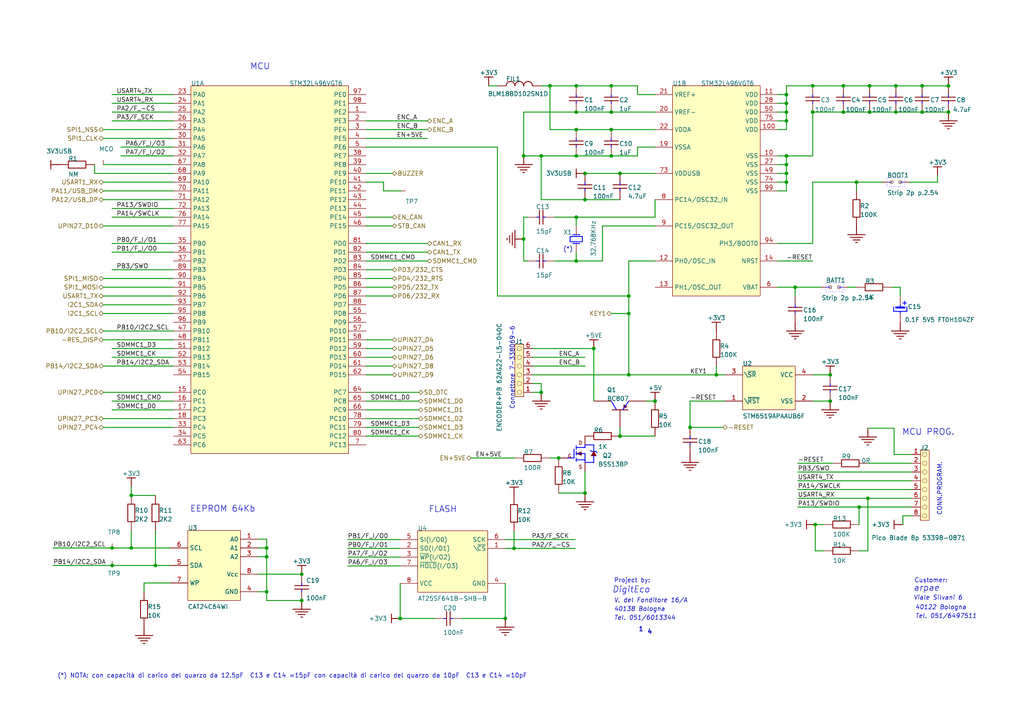
<source format=kicad_sch>
(kicad_sch (version 20230121) (generator eeschema)
  (paper "A4")
  (title_block (title "Stima V4 Master") (rev "1.1"))
  (junction (at 32.5374 164.0078))
  (junction (at 169.672 57.912))
  (junction (at 177.292 45.212))
  (junction (at 200.152 123.952))
  (junction (at 235.712 32.512))
  (junction (at 146.558 179.3748))
  (junction (at 87.503 174.1678))
  (junction (at 228.092 50.292))
  (junction (at 38.0746 143.6878))
  (junction (at 77.343 158.9278))
  (junction (at 177.292 32.512))
  (junction (at 235.712 24.892))
  (junction (at 240.792 116.332))
  (junction (at 275.082 32.512))
  (junction (at 172.212 101.092))
  (junction (at 167.132 45.212))
  (junction (at 162.052 132.842))
  (junction (at 169.672 50.292))
  (junction (at 156.972 113.792))
  (junction (at 244.602 24.892))
  (junction (at 249.174 147.066))
  (junction (at 228.092 29.972))
  (junction (at 252.222 32.512))
  (junction (at 182.372 108.712))
  (junction (at 251.714 144.526))
  (junction (at 182.372 85.852))
  (junction (at 149.098 159.0548))
  (junction (at 169.672 143.002))
  (junction (at 228.092 32.512))
  (junction (at 77.343 161.4678))
  (junction (at 77.343 171.6278))
  (junction (at 167.132 37.592))
  (junction (at 45.085 164.0078))
  (junction (at 156.972 45.212))
  (junction (at 179.832 126.492))
  (junction (at 167.132 24.892))
  (junction (at 228.092 45.212))
  (junction (at 167.132 32.512))
  (junction (at 267.462 32.512))
  (junction (at 177.292 37.592))
  (junction (at 182.372 90.932))
  (junction (at 228.092 35.052))
  (junction (at 230.632 83.312))
  (junction (at 167.132 62.992))
  (junction (at 177.292 24.892))
  (junction (at 151.892 45.212))
  (junction (at 151.892 69.342))
  (junction (at 159.512 24.892))
  (junction (at 32.5374 158.9278))
  (junction (at 207.772 108.712))
  (junction (at 248.412 52.832))
  (junction (at 244.602 32.512))
  (junction (at 167.132 75.692))
  (junction (at 179.832 50.292))
  (junction (at 228.092 47.752))
  (junction (at 38.0746 158.9278))
  (junction (at 87.503 166.5478))
  (junction (at 252.222 24.892))
  (junction (at 259.842 24.892))
  (junction (at 267.462 24.892))
  (junction (at 116.078 179.3748))
  (junction (at 228.092 52.832))
  (junction (at 240.792 108.712))
  (junction (at 236.474 152.146))
  (junction (at 189.992 116.332))
  (junction (at 275.082 24.892))
  (junction (at 228.092 27.432))
  (junction (at 259.842 32.512))
  (wire (pts (xy 106.172 40.132) (xy 123.952 40.132)) (stroke (width 0.254)))
  (wire (pts (xy 77.343 156.3878) (xy 74.803 156.3878)) (stroke (width 0.254)))
  (wire (pts (xy 144.272 24.892) (xy 141.732 24.892)) (stroke (width 0.254)))
  (wire (pts (xy 179.832 57.912) (xy 169.672 57.912)) (stroke (width 0.254)))
  (wire (pts (xy 29.972 47.752) (xy 50.292 47.752)) (stroke (width 0.254)))
  (wire (pts (xy 116.078 161.5948) (xy 100.838 161.5948)) (stroke (width 0.254)))
  (wire (pts (xy 200.152 123.952) (xy 209.677 123.952)) (stroke (width 0.254)))
  (wire (pts (xy 182.372 75.692) (xy 189.992 75.692)) (stroke (width 0.254)))
  (wire (pts (xy 177.292 37.592) (xy 189.992 37.592)) (stroke (width 0.254)))
  (wire (pts (xy 177.292 90.932) (xy 182.372 90.932)) (stroke (width 0.254)))
  (wire (pts (xy 106.172 65.532) (xy 113.792 65.532)) (stroke (width 0.254)))
  (wire (pts (xy 252.222 32.512) (xy 259.842 32.512)) (stroke (width 0.254)))
  (wire (pts (xy 116.078 179.3748) (xy 126.238 179.3748)) (stroke (width 0.254)))
  (wire (pts (xy 252.222 24.892) (xy 244.602 24.892)) (stroke (width 0.254)))
  (wire (pts (xy 159.512 24.892) (xy 167.132 24.892)) (stroke (width 0.254)))
  (wire (pts (xy 167.132 37.592) (xy 177.292 37.592)) (stroke (width 0.254)))
  (wire (pts (xy 235.712 116.332) (xy 240.792 116.332)) (stroke (width 0.254)))
  (wire (pts (xy 77.343 171.6278) (xy 77.343 174.1678)) (stroke (width 0.254)))
  (wire (pts (xy 210.312 116.332) (xy 200.152 116.332)) (stroke (width 0.254)))
  (wire (pts (xy 228.092 32.512) (xy 228.092 35.052)) (stroke (width 0.254)))
  (wire (pts (xy 162.052 143.002) (xy 169.672 143.002)) (stroke (width 0.254)))
  (wire (pts (xy 177.292 32.512) (xy 189.992 32.512)) (stroke (width 0.254)))
  (wire (pts (xy 38.0746 143.6878) (xy 45.085 143.6878)) (stroke (width 0.254)))
  (wire (pts (xy 29.972 80.772) (xy 50.292 80.772)) (stroke (width 0.254)))
  (wire (pts (xy 146.558 159.0548) (xy 149.098 159.0548)) (stroke (width 0.254)))
  (wire (pts (xy 74.803 158.9278) (xy 77.343 158.9278)) (stroke (width 0.254)))
  (wire (pts (xy 106.172 103.632) (xy 113.792 103.632)) (stroke (width 0.254)))
  (wire (pts (xy 153.162 62.992) (xy 151.892 62.992)) (stroke (width 0.254)))
  (wire (pts (xy 231.394 141.986) (xy 264.414 141.986)) (stroke (width 0.254)))
  (wire (pts (xy 111.252 55.372) (xy 116.332 55.372)) (stroke (width 0.254)))
  (wire (pts (xy 77.343 158.9278) (xy 77.343 156.3878)) (stroke (width 0.254)))
  (wire (pts (xy 50.292 62.992) (xy 32.512 62.992)) (stroke (width 0.254)))
  (wire (pts (xy 160.782 75.692) (xy 167.132 75.692)) (stroke (width 0.254)))
  (wire (pts (xy 249.174 147.066) (xy 264.414 147.066)) (stroke (width 0.254)))
  (wire (pts (xy 136.652 132.842) (xy 149.352 132.842)) (stroke (width 0.254)))
  (wire (pts (xy 230.632 83.312) (xy 238.252 83.312)) (stroke (width 0.254)))
  (wire (pts (xy 159.512 37.592) (xy 167.132 37.592)) (stroke (width 0.254)))
  (wire (pts (xy 228.092 50.292) (xy 228.092 47.752)) (stroke (width 0.254)))
  (wire (pts (xy 106.172 121.412) (xy 121.412 121.412)) (stroke (width 0.254)))
  (wire (pts (xy 113.792 50.292) (xy 106.172 50.292)) (stroke (width 0.254)))
  (wire (pts (xy 106.172 118.872) (xy 121.412 118.872)) (stroke (width 0.254)))
  (wire (pts (xy 251.714 144.526) (xy 251.714 159.766)) (stroke (width 0.254)))
  (wire (pts (xy 258.572 83.312) (xy 261.112 83.312)) (stroke (width 0.254)))
  (wire (pts (xy 154.432 101.092) (xy 172.212 101.092)) (stroke (width 0.254)))
  (wire (pts (xy 106.172 101.092) (xy 113.792 101.092)) (stroke (width 0.254)))
  (wire (pts (xy 121.412 126.492) (xy 106.172 126.492)) (stroke (width 0.254)))
  (wire (pts (xy 248.412 55.372) (xy 248.412 52.832)) (stroke (width 0.254)))
  (wire (pts (xy 41.783 169.0878) (xy 41.783 171.6278)) (stroke (width 0.254)))
  (wire (pts (xy 50.292 35.052) (xy 32.512 35.052)) (stroke (width 0.254)))
  (wire (pts (xy 184.912 24.892) (xy 184.912 27.432)) (stroke (width 0.254)))
  (wire (pts (xy 172.212 101.092) (xy 172.212 116.332)) (stroke (width 0.254)))
  (wire (pts (xy 261.112 83.312) (xy 261.112 85.852)) (stroke (width 0.254)))
  (wire (pts (xy 74.803 161.4678) (xy 77.343 161.4678)) (stroke (width 0.254)))
  (wire (pts (xy 189.992 116.332) (xy 187.452 116.332)) (stroke (width 0.254)))
  (wire (pts (xy 151.892 32.512) (xy 167.132 32.512)) (stroke (width 0.254)))
  (wire (pts (xy 230.632 83.312) (xy 225.552 83.312)) (stroke (width 0.254)))
  (wire (pts (xy 189.992 42.672) (xy 184.912 42.672)) (stroke (width 0.254)))
  (wire (pts (xy 189.992 62.992) (xy 189.992 57.912)) (stroke (width 0.254)))
  (wire (pts (xy 264.414 149.606) (xy 261.874 149.606)) (stroke (width 0.254)))
  (wire (pts (xy 106.172 62.992) (xy 113.792 62.992)) (stroke (width 0.254)))
  (wire (pts (xy 29.972 52.832) (xy 50.292 52.832)) (stroke (width 0.254)))
  (wire (pts (xy 228.092 55.372) (xy 228.092 52.832)) (stroke (width 0.254)))
  (wire (pts (xy 248.412 52.832) (xy 235.712 52.832)) (stroke (width 0.254)))
  (wire (pts (xy 177.292 45.212) (xy 167.132 45.212)) (stroke (width 0.254)))
  (wire (pts (xy 123.952 73.152) (xy 106.172 73.152)) (stroke (width 0.254)))
  (wire (pts (xy 50.292 45.212) (xy 35.052 45.212)) (stroke (width 0.254)))
  (wire (pts (xy 116.078 159.0548) (xy 100.838 159.0548)) (stroke (width 0.254)))
  (wire (pts (xy 228.092 35.052) (xy 228.092 37.592)) (stroke (width 0.254)))
  (wire (pts (xy 259.842 24.892) (xy 252.222 24.892)) (stroke (width 0.254)))
  (wire (pts (xy 50.292 60.452) (xy 32.512 60.452)) (stroke (width 0.254)))
  (wire (pts (xy 245.872 83.312) (xy 248.412 83.312)) (stroke (width 0.254)))
  (wire (pts (xy 167.132 32.512) (xy 177.292 32.512)) (stroke (width 0.254)))
  (wire (pts (xy 45.085 164.0078) (xy 49.403 164.0078)) (stroke (width 0.254)))
  (wire (pts (xy 151.892 69.342) (xy 151.892 75.692)) (stroke (width 0.254)))
  (wire (pts (xy 182.372 90.932) (xy 182.372 85.852)) (stroke (width 0.254)))
  (wire (pts (xy 169.672 143.002) (xy 169.672 136.652)) (stroke (width 0.254)))
  (wire (pts (xy 264.414 139.446) (xy 231.394 139.446)) (stroke (width 0.254)))
  (wire (pts (xy 38.0746 158.9278) (xy 38.0746 153.8478)) (stroke (width 0.254)))
  (wire (pts (xy 256.032 52.832) (xy 248.412 52.832)) (stroke (width 0.254)))
  (wire (pts (xy 156.972 24.892) (xy 159.512 24.892)) (stroke (width 0.254)))
  (wire (pts (xy 228.092 50.292) (xy 225.552 50.292)) (stroke (width 0.254)))
  (wire (pts (xy 123.952 70.612) (xy 106.172 70.612)) (stroke (width 0.254)))
  (wire (pts (xy 146.558 156.5148) (xy 166.878 156.5148)) (stroke (width 0.254)))
  (wire (pts (xy 144.272 42.672) (xy 144.272 85.852)) (stroke (width 0.254)))
  (wire (pts (xy 106.172 52.832) (xy 111.252 52.832)) (stroke (width 0.254)))
  (wire (pts (xy 50.292 78.232) (xy 32.512 78.232)) (stroke (width 0.254)))
  (wire (pts (xy 251.714 144.526) (xy 231.394 144.526)) (stroke (width 0.254)))
  (wire (pts (xy 50.292 27.432) (xy 32.512 27.432)) (stroke (width 0.254)))
  (wire (pts (xy 235.712 45.212) (xy 235.712 32.512)) (stroke (width 0.254)))
  (wire (pts (xy 146.558 179.3748) (xy 146.558 169.2148)) (stroke (width 0.254)))
  (wire (pts (xy 77.343 171.6278) (xy 77.343 161.4678)) (stroke (width 0.254)))
  (wire (pts (xy 50.292 42.672) (xy 35.052 42.672)) (stroke (width 0.254)))
  (wire (pts (xy 87.503 166.5478) (xy 74.803 166.5478)) (stroke (width 0.254)))
  (wire (pts (xy 74.803 171.6278) (xy 77.343 171.6278)) (stroke (width 0.254)))
  (wire (pts (xy 151.892 75.692) (xy 153.162 75.692)) (stroke (width 0.254)))
  (wire (pts (xy 50.292 73.152) (xy 32.512 73.152)) (stroke (width 0.254)))
  (wire (pts (xy 261.874 149.606) (xy 261.874 152.146)) (stroke (width 0.254)))
  (wire (pts (xy 151.892 62.992) (xy 151.892 69.342)) (stroke (width 0.254)))
  (wire (pts (xy 29.972 98.552) (xy 50.292 98.552)) (stroke (width 0.254)))
  (wire (pts (xy 235.712 32.512) (xy 244.602 32.512)) (stroke (width 0.254)))
  (wire (pts (xy 244.602 24.892) (xy 235.712 24.892)) (stroke (width 0.254)))
  (wire (pts (xy 239.014 159.766) (xy 236.474 159.766)) (stroke (width 0.254)))
  (wire (pts (xy 154.432 106.172) (xy 169.672 106.172)) (stroke (width 0.254)))
  (wire (pts (xy 29.972 96.012) (xy 50.292 96.012)) (stroke (width 0.254)))
  (wire (pts (xy 106.172 116.332) (xy 121.412 116.332)) (stroke (width 0.254)))
  (wire (pts (xy 228.092 52.832) (xy 228.092 50.292)) (stroke (width 0.254)))
  (wire (pts (xy 167.132 75.692) (xy 174.752 75.692)) (stroke (width 0.254)))
  (wire (pts (xy 228.092 45.212) (xy 225.552 45.212)) (stroke (width 0.254)))
  (wire (pts (xy 156.972 111.252) (xy 156.972 113.792)) (stroke (width 0.254)))
  (wire (pts (xy 50.292 32.512) (xy 32.512 32.512)) (stroke (width 0.254)))
  (wire (pts (xy 156.972 45.212) (xy 151.892 45.212)) (stroke (width 0.254)))
  (wire (pts (xy 207.772 108.712) (xy 210.312 108.712)) (stroke (width 0.254)))
  (wire (pts (xy 184.912 42.672) (xy 184.912 45.212)) (stroke (width 0.254)))
  (wire (pts (xy 179.832 123.952) (xy 179.832 126.492)) (stroke (width 0.254)))
  (wire (pts (xy 156.972 57.912) (xy 156.972 45.212)) (stroke (width 0.254)))
  (wire (pts (xy 116.078 164.1348) (xy 100.838 164.1348)) (stroke (width 0.254)))
  (wire (pts (xy 259.334 124.206) (xy 251.714 124.206)) (stroke (width 0.254)))
  (wire (pts (xy 50.292 88.392) (xy 29.972 88.392)) (stroke (width 0.254)))
  (wire (pts (xy 50.292 118.872) (xy 32.512 118.872)) (stroke (width 0.254)))
  (wire (pts (xy 182.372 108.712) (xy 182.372 90.932)) (stroke (width 0.254)))
  (wire (pts (xy 271.907 52.832) (xy 271.907 50.927)) (stroke (width 0.254)))
  (wire (pts (xy 77.343 161.4678) (xy 77.343 158.9278)) (stroke (width 0.254)))
  (wire (pts (xy 235.712 70.612) (xy 225.552 70.612)) (stroke (width 0.254)))
  (wire (pts (xy 50.292 57.912) (xy 29.972 57.912)) (stroke (width 0.254)))
  (wire (pts (xy 111.252 52.832) (xy 111.252 55.372)) (stroke (width 0.254)))
  (wire (pts (xy 275.082 24.892) (xy 267.462 24.892)) (stroke (width 0.254)))
  (wire (pts (xy 106.172 78.232) (xy 113.792 78.232)) (stroke (width 0.254)))
  (wire (pts (xy 159.512 132.842) (xy 162.052 132.842)) (stroke (width 0.254)))
  (wire (pts (xy 241.554 134.366) (xy 231.394 134.366)) (stroke (width 0.254)))
  (wire (pts (xy 263.652 52.832) (xy 271.907 52.832)) (stroke (width 0.254)))
  (wire (pts (xy 50.292 101.092) (xy 32.512 101.092)) (stroke (width 0.254)))
  (wire (pts (xy 228.092 24.892) (xy 228.092 27.432)) (stroke (width 0.254)))
  (wire (pts (xy 106.172 108.712) (xy 113.792 108.712)) (stroke (width 0.254)))
  (wire (pts (xy 177.292 24.892) (xy 184.912 24.892)) (stroke (width 0.254)))
  (wire (pts (xy 244.602 32.512) (xy 252.222 32.512)) (stroke (width 0.254)))
  (wire (pts (xy 29.972 106.172) (xy 50.292 106.172)) (stroke (width 0.254)))
  (wire (pts (xy 179.832 50.292) (xy 169.672 50.292)) (stroke (width 0.254)))
  (wire (pts (xy 179.832 126.492) (xy 189.992 126.492)) (stroke (width 0.254)))
  (wire (pts (xy 27.432 50.292) (xy 27.432 47.752)) (stroke (width 0.254)))
  (wire (pts (xy 50.292 103.632) (xy 32.512 103.632)) (stroke (width 0.254)))
  (wire (pts (xy 169.672 57.912) (xy 156.972 57.912)) (stroke (width 0.254)))
  (wire (pts (xy 228.092 47.752) (xy 228.092 45.212)) (stroke (width 0.254)))
  (wire (pts (xy 207.772 106.172) (xy 207.772 108.712)) (stroke (width 0.254)))
  (wire (pts (xy 38.0746 158.9278) (xy 49.403 158.9278)) (stroke (width 0.254)))
  (wire (pts (xy 133.858 179.3748) (xy 146.558 179.3748)) (stroke (width 0.254)))
  (wire (pts (xy 184.912 27.432) (xy 189.992 27.432)) (stroke (width 0.254)))
  (wire (pts (xy 228.092 37.592) (xy 225.552 37.592)) (stroke (width 0.254)))
  (wire (pts (xy 228.092 27.432) (xy 225.552 27.432)) (stroke (width 0.254)))
  (wire (pts (xy 106.172 83.312) (xy 113.792 83.312)) (stroke (width 0.254)))
  (wire (pts (xy 235.712 52.832) (xy 235.712 70.612)) (stroke (width 0.254)))
  (wire (pts (xy 50.292 50.292) (xy 27.432 50.292)) (stroke (width 0.254)))
  (wire (pts (xy 32.5374 158.9278) (xy 38.0746 158.9278)) (stroke (width 0.254)))
  (wire (pts (xy 106.172 98.552) (xy 113.792 98.552)) (stroke (width 0.254)))
  (wire (pts (xy 174.752 65.532) (xy 189.992 65.532)) (stroke (width 0.254)))
  (wire (pts (xy 154.432 103.632) (xy 169.672 103.632)) (stroke (width 0.254)))
  (wire (pts (xy 259.842 32.512) (xy 267.462 32.512)) (stroke (width 0.254)))
  (wire (pts (xy 144.272 85.852) (xy 182.372 85.852)) (stroke (width 0.254)))
  (wire (pts (xy 106.172 106.172) (xy 113.792 106.172)) (stroke (width 0.254)))
  (wire (pts (xy 200.152 116.332) (xy 200.152 123.952)) (stroke (width 0.254)))
  (wire (pts (xy 167.132 62.992) (xy 189.992 62.992)) (stroke (width 0.254)))
  (wire (pts (xy 151.892 45.212) (xy 151.892 32.512)) (stroke (width 0.254)))
  (wire (pts (xy 228.092 29.972) (xy 225.552 29.972)) (stroke (width 0.254)))
  (wire (pts (xy 15.4178 158.9278) (xy 32.5374 158.9278)) (stroke (width 0.254)))
  (wire (pts (xy 228.092 45.212) (xy 235.712 45.212)) (stroke (width 0.254)))
  (wire (pts (xy 160.782 62.992) (xy 167.132 62.992)) (stroke (width 0.254)))
  (wire (pts (xy 264.414 131.826) (xy 259.334 131.826)) (stroke (width 0.254)))
  (wire (pts (xy 159.512 24.892) (xy 159.512 37.592)) (stroke (width 0.254)))
  (wire (pts (xy 264.414 144.526) (xy 251.714 144.526)) (stroke (width 0.254)))
  (wire (pts (xy 236.474 159.766) (xy 236.474 152.146)) (stroke (width 0.254)))
  (wire (pts (xy 15.4178 164.0078) (xy 32.5374 164.0078)) (stroke (width 0.254)))
  (wire (pts (xy 228.092 47.752) (xy 225.552 47.752)) (stroke (width 0.254)))
  (wire (pts (xy 235.712 108.712) (xy 240.792 108.712)) (stroke (width 0.254)))
  (wire (pts (xy 149.098 159.0548) (xy 166.878 159.0548)) (stroke (width 0.254)))
  (wire (pts (xy 167.132 45.212) (xy 156.972 45.212)) (stroke (width 0.254)))
  (wire (pts (xy 228.092 35.052) (xy 225.552 35.052)) (stroke (width 0.254)))
  (wire (pts (xy 29.972 83.312) (xy 50.292 83.312)) (stroke (width 0.254)))
  (wire (pts (xy 267.462 32.512) (xy 275.082 32.512)) (stroke (width 0.254)))
  (wire (pts (xy 106.172 37.592) (xy 123.952 37.592)) (stroke (width 0.254)))
  (wire (pts (xy 249.174 152.146) (xy 249.174 147.066)) (stroke (width 0.254)))
  (wire (pts (xy 50.292 90.932) (xy 29.972 90.932)) (stroke (width 0.254)))
  (wire (pts (xy 156.972 113.792) (xy 154.432 113.792)) (stroke (width 0.254)))
  (wire (pts (xy 50.292 29.972) (xy 32.512 29.972)) (stroke (width 0.254)))
  (wire (pts (xy 49.403 169.0878) (xy 41.783 169.0878)) (stroke (width 0.254)))
  (wire (pts (xy 228.092 29.972) (xy 228.092 32.512)) (stroke (width 0.254)))
  (wire (pts (xy 189.992 50.292) (xy 179.832 50.292)) (stroke (width 0.254)))
  (wire (pts (xy 225.552 52.832) (xy 228.092 52.832)) (stroke (width 0.254)))
  (wire (pts (xy 174.752 75.692) (xy 174.752 65.532)) (stroke (width 0.254)))
  (wire (pts (xy 106.172 123.952) (xy 121.412 123.952)) (stroke (width 0.254)))
  (wire (pts (xy 154.432 108.712) (xy 182.372 108.712)) (stroke (width 0.254)))
  (wire (pts (xy 225.552 55.372) (xy 228.092 55.372)) (stroke (width 0.254)))
  (wire (pts (xy 29.972 113.792) (xy 50.292 113.792)) (stroke (width 0.254)))
  (wire (pts (xy 29.972 55.372) (xy 50.292 55.372)) (stroke (width 0.254)))
  (wire (pts (xy 149.098 153.9748) (xy 149.098 159.0548)) (stroke (width 0.254)))
  (wire (pts (xy 106.172 80.772) (xy 113.792 80.772)) (stroke (width 0.254)))
  (wire (pts (xy 123.952 75.692) (xy 106.172 75.692)) (stroke (width 0.254)))
  (wire (pts (xy 50.292 65.532) (xy 29.972 65.532)) (stroke (width 0.254)))
  (wire (pts (xy 116.078 169.2148) (xy 116.078 179.3748)) (stroke (width 0.254)))
  (wire (pts (xy 236.474 152.146) (xy 239.014 152.146)) (stroke (width 0.254)))
  (wire (pts (xy 106.172 113.792) (xy 121.412 113.792)) (stroke (width 0.254)))
  (wire (pts (xy 251.714 159.766) (xy 249.174 159.766)) (stroke (width 0.254)))
  (wire (pts (xy 267.462 24.892) (xy 259.842 24.892)) (stroke (width 0.254)))
  (wire (pts (xy 231.394 147.066) (xy 249.174 147.066)) (stroke (width 0.254)))
  (wire (pts (xy 116.078 156.5148) (xy 100.838 156.5148)) (stroke (width 0.254)))
  (wire (pts (xy 106.172 35.052) (xy 123.952 35.052)) (stroke (width 0.254)))
  (wire (pts (xy 29.972 85.852) (xy 50.292 85.852)) (stroke (width 0.254)))
  (wire (pts (xy 77.343 174.1678) (xy 87.503 174.1678)) (stroke (width 0.254)))
  (wire (pts (xy 228.092 27.432) (xy 228.092 29.972)) (stroke (width 0.254)))
  (wire (pts (xy 235.712 75.692) (xy 225.552 75.692)) (stroke (width 0.254)))
  (wire (pts (xy 167.132 24.892) (xy 177.292 24.892)) (stroke (width 0.254)))
  (wire (pts (xy 264.414 134.366) (xy 251.714 134.366)) (stroke (width 0.254)))
  (wire (pts (xy 154.432 111.252) (xy 156.972 111.252)) (stroke (width 0.254)))
  (wire (pts (xy 29.972 123.952) (xy 50.292 123.952)) (stroke (width 0.254)))
  (wire (pts (xy 106.172 85.852) (xy 113.792 85.852)) (stroke (width 0.254)))
  (wire (pts (xy 29.972 121.412) (xy 50.292 121.412)) (stroke (width 0.254)))
  (wire (pts (xy 106.172 42.672) (xy 144.272 42.672)) (stroke (width 0.254)))
  (wire (pts (xy 32.5374 164.0078) (xy 45.085 164.0078)) (stroke (width 0.254)))
  (wire (pts (xy 182.372 108.712) (xy 207.772 108.712)) (stroke (width 0.254)))
  (wire (pts (xy 50.292 116.332) (xy 32.512 116.332)) (stroke (width 0.254)))
  (wire (pts (xy 167.132 75.692) (xy 167.132 73.152)) (stroke (width 0.254)))
  (wire (pts (xy 182.372 85.852) (xy 182.372 75.692)) (stroke (width 0.254)))
  (wire (pts (xy 38.0746 141.1478) (xy 38.0746 143.6878)) (stroke (width 0.254)))
  (wire (pts (xy 167.132 62.992) (xy 167.132 65.532)) (stroke (width 0.254)))
  (wire (pts (xy 50.292 37.592) (xy 29.972 37.592)) (stroke (width 0.254)))
  (wire (pts (xy 228.092 32.512) (xy 225.552 32.512)) (stroke (width 0.254)))
  (wire (pts (xy 235.712 24.892) (xy 228.092 24.892)) (stroke (width 0.254)))
  (wire (pts (xy 264.414 136.906) (xy 231.394 136.906)) (stroke (width 0.254)))
  (wire (pts (xy 184.912 45.212) (xy 177.292 45.212)) (stroke (width 0.254)))
  (wire (pts (xy 259.334 131.826) (xy 259.334 124.206)) (stroke (width 0.254)))
  (wire (pts (xy 29.972 40.132) (xy 50.292 40.132)) (stroke (width 0.254)))
  (wire (pts (xy 45.085 153.8478) (xy 45.085 164.0078)) (stroke (width 0.254)))
  (wire (pts (xy 50.292 70.612) (xy 32.512 70.612)) (stroke (width 0.254)))
  (wire (pts (xy 230.632 85.852) (xy 230.632 83.312)) (stroke (width 0.254)))
  (text "EEPROM 64Kb" (at 55.118 148.7678 0) (effects (font (size 1.778 1.778)) (justify left bottom)))
  (text "(*) NOTA: con capacità di carico del quarzo da 12.5pF  C13 e C14 =15pF con capacità di carico del quarzo da 10pF  C13 e C14 =10pF" (at 16.637 196.85 0) (effects (font (size 1.27 1.27)) (justify left bottom)))
  (text "${#}" (at 185.166 183.388 0) (effects (font (size 1.27 1.27) bold) (justify left bottom)))
  (text "" (at 179.832 109.347 90) (effects (font (size 1.143 1.143)) (justify left bottom)))
  (text "MCU PROG." (at 261.62 126.492 0) (effects (font (size 1.778 1.778)) (justify left bottom)))
  (text "Tel. 051/6497511" (at 265.43 179.578 0) (effects (font (size 1.27 1.27) italic) (justify left bottom)))
  (text "V. del Fonditore 16/A" (at 178.054 175.006 0) (effects (font (size 1.27 1.27) italic) (justify left bottom)))
  (text "Viale Silvani 6" (at 264.922 174.244 0) (effects (font (size 1.27 1.27) italic) (justify left bottom)))
  (text "(*)" (at 163.322 73.152 0) (effects (font (size 1.27 1.27)) (justify left bottom)))
  (text "CONN.PROGRAM." (at 273.304 149.606 90) (effects (font (size 1.27 1.27)) (justify left bottom)))
  (text "Tel. 051/6013344" (at 178.054 180.086 0) (effects (font (size 1.27 1.27) italic) (justify left bottom)))
  (text "MCU" (at 72.517 20.447 0) (effects (font (size 1.778 1.778)) (justify left bottom)))
  (text "FLASH" (at 124.333 148.8948 0) (effects (font (size 1.778 1.778)) (justify left bottom)))
  (text "Connettore 7-338069-6" (at 149.352 118.872 90) (effects (font (size 1.27 1.27)) (justify left bottom)))
  (text "40138 Bologna" (at 178.054 177.546 0) (effects (font (size 1.27 1.27) italic) (justify left bottom)))
  (text "Project by:" (at 178.054 169.2148 0) (effects (font (size 1.27 1.27)) (justify left bottom)))
  (text "arpae" (at 264.922 171.704 0) (effects (font (size 1.778 1.778) italic) (justify left bottom)))
  (text "DigitEco" (at 177.546 172.212 0) (effects (font (size 1.778 1.778) italic) (justify left bottom)))
  (text "4" (at 187.706 184.15 0) (effects (font (size 1.27 1.27) bold) (justify left bottom)))
  (text "40122 Bologna" (at 265.43 177.038 0) (effects (font (size 1.27 1.27) italic) (justify left bottom)))
  (text "Customer:" (at 265.176 169.2148 0) (effects (font (size 1.27 1.27)) (justify left bottom)))
  (label "PA13/SWDIO" (at 231.394 147.066 180))
  (label "PB1/F_I/O0" (at 33.782 73.152 180))
  (label "PA14/SWCLK" (at 231.394 141.986 180))
  (label "-RESET" (at 228.092 75.692 180))
  (label "PA3/F_SCK" (at 154.178 156.5148 180))
  (label "USART4_RX" (at 231.394 144.526 180))
  (label "SDMMC1_D3" (at 107.442 123.952 180))
  (label "ENC_B" (at 115.062 37.592 180))
  (label "PB3/SWO" (at 33.782 78.232 180))
  (label "SDMMC1_CK" (at 33.782 103.632 180))
  (label "SDMMC1_CMD" (at 33.782 116.332 180))
  (label "PA7/F_I/O2" (at 100.838 161.5948 180))
  (label "PA3/F_SCK" (at 33.782 35.052 180))
  (label "PA2/F_-CS" (at 154.178 159.0548 180))
  (label "PB0/F_I/O1" (at 100.838 159.0548 180))
  (label "PA14/SWCLK" (at 33.782 62.992 180))
  (label "-RESET" (at 231.394 134.366 180))
  (label "PB14/I2C2_SDA" (at 33.782 106.172 180))
  (label "SDMMC1_D0" (at 33.782 118.872 180))
  (label "-RESET" (at 200.152 116.332 180))
  (label "PA6/F_I/O3" (at 100.838 164.1348 180))
  (label "KEY1" (at 200.152 108.712 180))
  (label "SDMMC1_CK" (at 107.442 126.492 180))
  (label "USART4_TX" (at 33.782 27.432 180))
  (label "PB1/F_I/O0" (at 100.838 156.5148 180))
  (label "PB14/I2C2_SDA" (at 15.4178 164.0078 180))
  (label "USART4_TX" (at 231.394 139.446 180))
  (label "SDMMC1_D3" (at 33.782 101.092 180))
  (label "PA6/F_I/O3" (at 36.322 42.672 180))
  (label "PB0/F_I/O1" (at 33.782 70.612 180))
  (label "ENC_B" (at 162.052 106.172 180))
  (label "PB10/I2C2_SCL" (at 15.4178 158.9278 180))
  (label "PB10/I2C2_SCL" (at 33.782 96.012 180))
  (label "ENC_A" (at 115.062 35.052 180))
  (label "ENC_A" (at 162.052 103.632 180))
  (label "PA13/SWDIO" (at 33.782 60.452 180))
  (label "PA2/F_-CS" (at 33.782 32.512 180))
  (label "SDMMC1_CMD" (at 107.442 75.692 180))
  (label "EN+5VE" (at 137.922 132.842 180))
  (label "SDMMC1_D0" (at 107.442 116.332 180))
  (label "PA7/F_I/O2" (at 36.322 45.212 180))
  (label "EN+5VE" (at 115.062 40.132 180))
  (label "PB3/SWO" (at 231.394 136.906 180))
  (label "USART4_RX" (at 33.782 29.972 180))
  (hierarchical_label "PB10/I2C2_SCL" (shape bidirectional) (at 29.972 96.012 180))
  (hierarchical_label "CAN1_TX" (shape bidirectional) (at 123.952 73.152 0))
  (hierarchical_label "KEY1" (shape bidirectional) (at 177.292 90.932 180))
  (hierarchical_label "PB14/I2C2_SDA" (shape bidirectional) (at 29.972 106.172 180))
  (hierarchical_label "I2C1_SDA" (shape bidirectional) (at 29.972 88.392 180))
  (hierarchical_label "SDMMC1_CK" (shape bidirectional) (at 121.412 126.492 0))
  (hierarchical_label "EN+5VE" (shape bidirectional) (at 136.652 132.842 180))
  (hierarchical_label "UPIN27_D9" (shape bidirectional) (at 113.792 108.712 0))
  (hierarchical_label "UPIN27_D8" (shape bidirectional) (at 113.792 106.172 0))
  (hierarchical_label "SD_DTC" (shape bidirectional) (at 121.412 113.792 0))
  (hierarchical_label "CAN1_RX" (shape bidirectional) (at 123.952 70.612 0))
  (hierarchical_label "-RES_DISP" (shape bidirectional) (at 29.972 98.552 180))
  (hierarchical_label "PD3/232_CTS" (shape bidirectional) (at 113.792 78.232 0))
  (hierarchical_label "BUZZER" (shape bidirectional) (at 113.792 50.292 0))
  (hierarchical_label "-RESET" (shape bidirectional) (at 209.677 123.952 0))
  (hierarchical_label "UPIN27_D4" (shape bidirectional) (at 113.792 98.552 0))
  (hierarchical_label "SDMMC1_CMD" (shape bidirectional) (at 123.952 75.692 0))
  (hierarchical_label "SDMMC1_D2" (shape bidirectional) (at 121.412 121.412 0))
  (hierarchical_label "SDMMC1_D0" (shape bidirectional) (at 121.412 116.332 0))
  (hierarchical_label "UPIN27_PC0" (shape bidirectional) (at 29.972 113.792 180))
  (hierarchical_label "UPIN27_D10" (shape bidirectional) (at 29.972 65.532 180))
  (hierarchical_label "SPI1_NSS" (shape bidirectional) (at 29.972 37.592 180))
  (hierarchical_label "SPI1_MOSI" (shape bidirectional) (at 29.972 83.312 180))
  (hierarchical_label "EN_CAN" (shape bidirectional) (at 113.792 62.992 0))
  (hierarchical_label "SPI1_CLK" (shape bidirectional) (at 29.972 40.132 180))
  (hierarchical_label "PA11/USB_DM" (shape bidirectional) (at 29.972 55.372 180))
  (hierarchical_label "PD4/232_RTS" (shape bidirectional) (at 113.792 80.772 0))
  (hierarchical_label "PA12/USB_DP" (shape bidirectional) (at 29.972 57.912 180))
  (hierarchical_label "ENC_A" (shape bidirectional) (at 123.952 35.052 0))
  (hierarchical_label "USART1_TX" (shape bidirectional) (at 29.972 85.852 180))
  (hierarchical_label "UPIN27_PC4" (shape bidirectional) (at 29.972 123.952 180))
  (hierarchical_label "ENC_B" (shape bidirectional) (at 123.952 37.592 0))
  (hierarchical_label "UPIN27_D6" (shape bidirectional) (at 113.792 103.632 0))
  (hierarchical_label "PD5/232_TX" (shape bidirectional) (at 113.792 83.312 0))
  (hierarchical_label "USART1_RX" (shape bidirectional) (at 29.972 52.832 180))
  (hierarchical_label "I2C1_SCL" (shape bidirectional) (at 29.972 90.932 180))
  (hierarchical_label "STB_CAN" (shape bidirectional) (at 113.792 65.532 0))
  (hierarchical_label "SDMMC1_D3" (shape bidirectional) (at 121.412 123.952 0))
  (hierarchical_label "SPI1_MISO" (shape bidirectional) (at 29.972 80.772 180))
  (hierarchical_label "PD6/232_RX" (shape bidirectional) (at 113.792 85.852 0))
  (hierarchical_label "SDMMC1_D1" (shape bidirectional) (at 121.412 118.872 0))
  (hierarchical_label "UPIN27_PC3" (shape bidirectional) (at 29.972 121.412 180))
  (hierarchical_label "UPIN27_D5" (shape bidirectional) (at 113.792 101.092 0))
  (symbol (lib_id "Stima V4 Master R1_1-altium-import:root_2_C0805") (at 235.712 29.972 0) (unit 1)
    (property "Reference" "C3" (at 237.998 29.718 0) (effects (justify left bottom)))
    (property "Value" "100nF" (at 236.347 32.512 0) (effects (justify left bottom)))
    (property "Footprint" "0603" (effects hide))
    (property "PACKAGE REFERENCE" "0603" (effects hide))
    (property "TYPE" "Multistrato X5R/X7R" (effects hide))
    (property "ALTIUM_VALUE" "100nF" (effects hide))
    (property "VOLTAGE" "50V" (effects hide))
  )
  (symbol (lib_id "Stima V4 Master R1_1-altium-import:root_0_C0805") (at 87.503 169.0878 0) (unit 1)
    (property "Reference" "C19" (at 88.773 169.0878 0) (effects (justify left bottom)))
    (property "Value" "100nF" (at 88.773 174.1678 0) (effects (justify left bottom)))
    (property "Footprint" "0603" (effects hide))
    (property "PACKAGE REFERENCE" "0603" (effects hide))
    (property "TYPE" "Multistrato C0G/X5R/X7R" (effects hide))
    (property "ALTIUM_VALUE" "100nF" (effects hide))
    (property "VOLTAGE" "50V" (effects hide))
  )
  (symbol (lib_id "Stima V4 Master R1_1-altium-import:root_3_JUMP1") (at 244.602 82.042 0) (unit 1)
    (property "Reference" "BATT1" (at 239.522 82.042 0) (effects (justify left bottom)))
    (property "Value" "Strip 2p p.2.54" (at 238.252 87.122 0) (effects (justify left bottom)))
    (property "Footprint" "STRIP2P" (effects hide))
  )
  (symbol (lib_id "Stima V4 Master R1_1-altium-import:root_2_C0805") (at 259.842 29.972 0) (unit 1)
    (property "Reference" "C6" (at 262.128 29.718 0) (effects (justify left bottom)))
    (property "Value" "100nF" (at 260.477 32.512 0) (effects (justify left bottom)))
    (property "Footprint" "0603" (effects hide))
    (property "PACKAGE REFERENCE" "0603" (effects hide))
    (property "TYPE" "Multistrato X5R/X7R" (effects hide))
    (property "ALTIUM_VALUE" "100nF" (effects hide))
    (property "VOLTAGE" "50V" (effects hide))
  )
  (symbol (lib_id "Stima V4 Master R1_1-altium-import:root_0_ConnPicoBlade8p") (at 266.954 130.556 0) (unit 1)
    (property "Reference" "J2" (at 266.954 130.556 0) (effects (justify left bottom)))
    (property "Value" "Pico Blade 8p 53398-0871" (at 252.73 156.718 0) (effects (justify left bottom)))
    (property "Footprint" "MOLEX8P1_25SMD" (effects hide))
    (property "MANUFACTURING" "Molex" (effects hide))
    (property "CODE" "53261-0871 Right Angle (90)" (effects hide))
    (property "CODE1" "53398-0871  Vertical" (effects hide))
    (property "SERIES" "Pico Blade" (effects hide))
  )
  (symbol (lib_id "Stima V4 Master R1_1-altium-import:root_0_Res 0603") (at 250.952 80.772 0) (unit 1)
    (property "Reference" "R3" (at 250.952 82.296 0) (effects (justify left bottom)))
    (property "Value" "1K" (at 250.952 86.868 0) (effects (justify left bottom)))
    (property "Footprint" "0603" (effects hide))
    (property "ALTIUM_VALUE" "1K" (effects hide))
    (property "PRECISION" "1%" (effects hide))
    (property "PACKAGE REFERENCE" "0603" (effects hide))
    (property "POWER" "1/10W" (effects hide))
  )
  (symbol (lib_id "Stima V4 Master R1_1-altium-import:+5VE") (at 172.212 101.092 180) (unit 1)
    (property "Reference" "#PWR?" (effects hide))
    (property "Value" "+5VE" (at 172.212 97.282 0))
  )
  (symbol (lib_id "Stima V4 Master R1_1-altium-import:root_1_BC807-25") (at 177.292 118.872 0) (unit 1)
    (property "Reference" "Q1" (at 176.022 113.792 0) (effects (justify left bottom)))
    (property "Value" "BC807" (at 176.022 116.332 0) (effects (justify left bottom)))
    (property "Footprint" "SOT23" (effects hide))
    (property "PACKAGE REFERENCE" "SOT23" (effects hide))
  )
  (symbol (lib_id "Stima V4 Master R1_1-altium-import:root_1_JUMP1") (at 257.302 54.102 0) (unit 1)
    (property "Reference" "BOOT1" (at 257.302 51.562 0) (effects (justify left bottom)))
    (property "Value" "Strip 2p p.2.54" (at 257.302 56.642 0) (effects (justify left bottom)))
    (property "Footprint" "STRIP2P" (effects hide))
  )
  (symbol (lib_id "Stima V4 Master R1_1-altium-import:root_0_C0603") (at 240.792 111.252 0) (unit 1)
    (property "Reference" "C17" (at 243.078 113.538 0) (effects (justify left bottom)))
    (property "Value" "100nF" (at 243.078 116.078 0) (effects (justify left bottom)))
    (property "Footprint" "0603" (effects hide))
    (property "PACKAGE REFERENCE" "0603" (effects hide))
    (property "TYPE" "Multistrato X5R/X7R" (effects hide))
    (property "ALTIUM_VALUE" "100nF" (effects hide))
    (property "VOLTAGE" "50V" (effects hide))
  )
  (symbol (lib_id "Stima V4 Master R1_1-altium-import:root_2_C0805") (at 244.602 29.972 0) (unit 1)
    (property "Reference" "C4" (at 246.888 29.718 0) (effects (justify left bottom)))
    (property "Value" "100nF" (at 245.237 32.512 0) (effects (justify left bottom)))
    (property "Footprint" "0603" (effects hide))
    (property "PACKAGE REFERENCE" "0603" (effects hide))
    (property "TYPE" "Multistrato X5R/X7R" (effects hide))
    (property "ALTIUM_VALUE" "100nF" (effects hide))
    (property "VOLTAGE" "50V" (effects hide))
  )
  (symbol (lib_id "Stima V4 Master R1_1-altium-import:root_2_Res 0805") (at 246.634 162.306 0) (unit 1)
    (property "Reference" "R14" (at 241.554 158.75 0) (effects (justify left bottom)))
    (property "Value" "10K" (at 241.554 163.322 0) (effects (justify left bottom)))
    (property "Footprint" "0603" (effects hide))
    (property "ALTIUM_VALUE" "10K" (effects hide))
    (property "PRECISION" "1%" (effects hide))
    (property "PACKAGE REFERENCE" "0603" (effects hide))
    (property "POWER" "1/8W" (effects hide))
  )
  (symbol (lib_id "Stima V4 Master R1_1-altium-import:root_0_STM6519") (at 215.392 106.172 0) (unit 1)
    (property "Reference" "U2" (at 215.392 106.172 0) (effects (justify left bottom)))
    (property "Value" "STM6519APAAUB6F" (at 215.392 121.412 0) (effects (justify left bottom)))
    (property "Footprint" "UDFN6 - MIO" (effects hide))
    (property "PACKAGE REFERENCE" "UDFN6" (effects hide))
    (property "COD 7.5\"" "STM6519APAAUB6F" (effects hide))
    (property "COD. 10\"" "STM6519AUARUB6F" (effects hide))
  )
  (symbol (lib_id "Stima V4 Master R1_1-altium-import:root_1_XTAL CIL") (at 164.592 70.612 0) (unit 1)
    (property "Reference" "X1" (at 163.322 68.072 0) (effects (justify left bottom)))
    (property "Value" "32.768KHz" (at 172.847 74.422 90) (effects (justify left bottom)))
    (property "Footprint" "CRYST_ECS" (effects hide))
    (property "FREQUENCY" "32.768KHz" (effects hide))
    (property "PACKAGE REFERENCE" "SMD 3.2X1.5mm" (effects hide))
  )
  (symbol (lib_id "Stima V4 Master R1_1-altium-import:+3V3") (at 87.503 166.5478 180) (unit 1)
    (property "Reference" "#PWR?" (effects hide))
    (property "Value" "+3V3" (at 87.503 162.7378 0))
  )
  (symbol (lib_id "Stima V4 Master R1_1-altium-import:root_0_BLM21BD") (at 146.812 22.352 0) (unit 1)
    (property "Reference" "FIL1" (at 146.812 23.622 0) (effects (justify left bottom)))
    (property "Value" "BLM18BD102SN1D" (at 141.478 27.94 0) (effects (justify left bottom)))
    (property "Footprint" "0603" (effects hide))
    (property "TYPE" "BLM18BD102SN1D  MURATA" (effects hide))
    (property "PACKAGE REFERENCE" "0603" (effects hide))
  )
  (symbol (lib_id "Stima V4 Master R1_1-altium-import:+3V3") (at 207.772 96.012 180) (unit 1)
    (property "Reference" "#PWR?" (effects hide))
    (property "Value" "+3V3" (at 207.772 92.202 0))
  )
  (symbol (lib_id "Stima V4 Master R1_1-altium-import:root_2_STRIP 6P") (at 151.892 115.062 0) (unit 1)
    (property "Reference" "J1" (at 149.352 99.822 0) (effects (justify left bottom)))
    (property "Value" "ENCODER+PB 62AG22-L5-040C" (at 145.542 125.222 90) (effects (justify left bottom)))
    (property "Footprint" "CONN MICROMATCH6PF MIO" (effects hide))
  )
  (symbol (lib_id "Stima V4 Master R1_1-altium-import:root_1_Res 0805") (at 245.872 62.992 0) (unit 1)
    (property "Reference" "R2" (at 249.428 60.452 0) (effects (justify left bottom)))
    (property "Value" "100K" (at 249.428 62.992 0) (effects (justify left bottom)))
    (property "Footprint" "0603" (effects hide))
    (property "ALTIUM_VALUE" "100K" (effects hide))
    (property "PRECISION" "1%" (effects hide))
    (property "PACKAGE REFERENCE" "0603" (effects hide))
    (property "POWER" "1/8W" (effects hide))
  )
  (symbol (lib_id "Stima V4 Master R1_1-altium-import:root_0_Elettrol-SMD") (at 261.112 88.392 0) (unit 1)
    (property "Reference" "C15" (at 263.271 89.662 0) (effects (justify left bottom)))
    (property "Value" "0.1F 5V5 FT0H104ZF" (at 262.382 93.472 0) (effects (justify left bottom)))
    (property "Footprint" "CapELSUPERCAP-3D FT0H104ZF" (effects hide))
    (property "PACKAGE REFERENCE" "PTH" (effects hide))
    (property "ALTIUM_VALUE" "0.1F" (effects hide))
    (property "TYPE" "Elettrolitico" (effects hide))
    (property "VOLTAGE" "5V5" (effects hide))
    (property "ALTIUM_UNNAMED_1" "KEMET FT0H104ZF" (effects hide))
  )
  (symbol (lib_id "Stima V4 Master R1_1-altium-import:+3V3") (at 149.098 143.8148 180) (unit 1)
    (property "Reference" "#PWR?" (effects hide))
    (property "Value" "+3V3" (at 149.098 140.0048 0))
  )
  (symbol (lib_id "Stima V4 Master R1_1-altium-import:root_1_Res 0603") (at 187.452 123.952 0) (unit 1)
    (property "Reference" "R5" (at 191.008 121.412 0) (effects (justify left bottom)))
    (property "Value" "10K" (at 191.008 123.952 0) (effects (justify left bottom)))
    (property "Footprint" "0603" (effects hide))
    (property "ALTIUM_VALUE" "10K" (effects hide))
    (property "PRECISION" "1%" (effects hide))
    (property "PACKAGE REFERENCE" "0603" (effects hide))
    (property "POWER" "1/10W" (effects hide))
  )
  (symbol (lib_id "Stima V4 Master R1_1-altium-import:root_0_BSS138") (at 164.592 129.032 0) (unit 1)
    (property "Reference" "Q2" (at 174.752 132.842 0) (effects (justify left bottom)))
    (property "Value" "BSS138P" (at 173.482 135.382 0) (effects (justify left bottom)))
    (property "Footprint" "SOT23" (effects hide))
  )
  (symbol (lib_id "Stima V4 Master R1_1-altium-import:GND") (at 248.412 65.532 0) (unit 1)
    (property "Reference" "#PWR?" (effects hide))
    (property "Value" "GND" (effects hide))
  )
  (symbol (lib_id "Stima V4 Master R1_1-altium-import:GND") (at 261.112 93.472 0) (unit 1)
    (property "Reference" "#PWR?" (effects hide))
    (property "Value" "GND" (effects hide))
  )
  (symbol (lib_id "Stima V4 Master R1_1-altium-import:root_2_C0805") (at 167.132 29.972 0) (unit 1)
    (property "Reference" "C1" (at 169.418 29.718 0) (effects (justify left bottom)))
    (property "Value" "100nF" (at 169.418 32.258 0) (effects (justify left bottom)))
    (property "Footprint" "0603" (effects hide))
    (property "PACKAGE REFERENCE" "0603" (effects hide))
    (property "TYPE" "Multistrato X5R/X7R" (effects hide))
    (property "ALTIUM_VALUE" "100nF" (effects hide))
    (property "VOLTAGE" "50V" (effects hide))
  )
  (symbol (lib_id "Stima V4 Master R1_1-altium-import:root_2_C0805") (at 252.222 29.972 0) (unit 1)
    (property "Reference" "C5" (at 254.508 29.718 0) (effects (justify left bottom)))
    (property "Value" "100nF" (at 252.857 32.512 0) (effects (justify left bottom)))
    (property "Footprint" "0603" (effects hide))
    (property "PACKAGE REFERENCE" "0603" (effects hide))
    (property "TYPE" "Multistrato X5R/X7R" (effects hide))
    (property "ALTIUM_VALUE" "100nF" (effects hide))
    (property "VOLTAGE" "50V" (effects hide))
  )
  (symbol (lib_id "Stima V4 Master R1_1-altium-import:root_3_C0805") (at 158.242 62.992 0) (unit 1)
    (property "Reference" "C13" (at 155.448 60.706 0) (effects (justify left bottom)))
    (property "Value" "15pF" (at 155.448 67.818 0) (effects (justify left bottom)))
    (property "Footprint" "0603" (effects hide))
    (property "PACKAGE REFERENCE" "0603" (effects hide))
    (property "TYPE" "Multistrato X5R/X7R" (effects hide))
    (property "ALTIUM_VALUE" "15pF" (effects hide))
    (property "VOLTAGE" "50V" (effects hide))
  )
  (symbol (lib_id "Stima V4 Master R1_1-altium-import:root_2_Res 0805") (at 246.634 154.686 0) (unit 1)
    (property "Reference" "R13" (at 241.554 151.13 0) (effects (justify left bottom)))
    (property "Value" "100K" (at 241.554 155.702 0) (effects (justify left bottom)))
    (property "Footprint" "0603" (effects hide))
    (property "ALTIUM_VALUE" "100K" (effects hide))
    (property "PRECISION" "1%" (effects hide))
    (property "PACKAGE REFERENCE" "0603" (effects hide))
    (property "POWER" "1/8W" (effects hide))
  )
  (symbol (lib_id "Stima V4 Master R1_1-altium-import:GND") (at 156.972 113.792 0) (unit 1)
    (property "Reference" "#PWR?" (effects hide))
    (property "Value" "GND" (effects hide))
  )
  (symbol (lib_id "Stima V4 Master R1_1-altium-import:root_3_C0805") (at 158.242 75.692 0) (unit 1)
    (property "Reference" "C14" (at 155.448 73.406 0) (effects (justify left bottom)))
    (property "Value" "15pF" (at 155.448 80.518 0) (effects (justify left bottom)))
    (property "Footprint" "0603" (effects hide))
    (property "PACKAGE REFERENCE" "0603" (effects hide))
    (property "TYPE" "Multistrato X5R/X7R" (effects hide))
    (property "ALTIUM_VALUE" "15pF" (effects hide))
    (property "VOLTAGE" "50V" (effects hide))
  )
  (symbol (lib_id "Stima V4 Master R1_1-altium-import:root_2_C0805") (at 230.632 90.932 0) (unit 1)
    (property "Reference" "C16" (at 232.918 90.678 0) (effects (justify left bottom)))
    (property "Value" "100nF" (at 232.918 93.218 0) (effects (justify left bottom)))
    (property "Footprint" "0603" (effects hide))
    (property "PACKAGE REFERENCE" "0603" (effects hide))
    (property "TYPE" "Multistrato X5R/X7R" (effects hide))
    (property "ALTIUM_VALUE" "100nF" (effects hide))
    (property "VOLTAGE" "50V" (effects hide))
  )
  (symbol (lib_id "Stima V4 Master R1_1-altium-import:root_2_C0805") (at 275.082 29.972 0) (unit 1)
    (property "Reference" "C8" (at 277.368 29.718 0) (effects (justify left bottom)))
    (property "Value" "4.7uF" (at 276.352 32.512 0) (effects (justify left bottom)))
    (property "Footprint" "0603" (effects hide))
    (property "PACKAGE REFERENCE" "0603" (effects hide))
    (property "TYPE" "Multistrato X5R/X7R" (effects hide))
    (property "ALTIUM_VALUE" "4.7uF" (effects hide))
    (property "VOLTAGE" "16V" (effects hide))
  )
  (symbol (lib_id "Stima V4 Master R1_1-altium-import:root_1_TestPoint") (at 28.702 46.482 0) (unit 1)
    (property "Reference" "MCO" (at 28.702 43.942 0) (effects (justify left bottom)))
    (property "Value" "TestPoint" (effects hide))
    (property "Footprint" "TP" (effects hide))
  )
  (symbol (lib_id "Stima V4 Master R1_1-altium-import:GND") (at 230.632 93.472 0) (unit 1)
    (property "Reference" "#PWR?" (effects hide))
    (property "Value" "GND" (effects hide))
  )
  (symbol (lib_id "Stima V4 Master R1_1-altium-import:root_1_C0805") (at 128.778 179.3748 0) (unit 1)
    (property "Reference" "C20" (at 128.524 177.0888 0) (effects (justify left bottom)))
    (property "Value" "100nF" (at 128.524 184.2008 0) (effects (justify left bottom)))
    (property "Footprint" "0603" (effects hide))
    (property "PACKAGE REFERENCE" "0603" (effects hide))
    (property "TYPE" "Multistrato C0G/X5R/X7R" (effects hide))
    (property "ALTIUM_VALUE" "100nF" (effects hide))
    (property "VOLTAGE" "50V" (effects hide))
  )
  (symbol (lib_id "Stima V4 Master R1_1-altium-import:GND") (at 251.714 124.206 0) (unit 1)
    (property "Reference" "#PWR?" (effects hide))
    (property "Value" "GND" (effects hide))
  )
  (symbol (lib_id "Stima V4 Master R1_1-altium-import:+5V") (at 189.992 116.332 180) (unit 1)
    (property "Reference" "#PWR?" (effects hide))
    (property "Value" "+5V" (at 189.992 112.522 0))
  )
  (symbol (lib_id "Stima V4 Master R1_1-altium-import:GND") (at 275.082 32.512 0) (unit 1)
    (property "Reference" "#PWR?" (effects hide))
    (property "Value" "GND" (effects hide))
  )
  (symbol (lib_id "Stima V4 Master R1_1-altium-import:+3V3") (at 275.082 24.892 180) (unit 1)
    (property "Reference" "#PWR?" (effects hide))
    (property "Value" "+3V3" (at 275.082 21.082 0))
  )
  (symbol (lib_id "Stima V4 Master R1_1-altium-import:root_0_mirrored_AT24C64AN-10SI-2.7") (at 69.723 153.8478 0) (unit 1)
    (property "Reference" "U3" (at 54.483 153.8478 0) (effects (justify left bottom)))
    (property "Value" "CAT24C64WI" (at 54.483 176.7078 0) (effects (justify left bottom)))
    (property "Footprint" "SO8" (effects hide))
    (property "PACKAGE REFERENCE" "SO8" (effects hide))
  )
  (symbol (lib_id "Stima V4 Master R1_1-altium-import:root_0_STM32L496V") (at 195.072 24.892 0) (unit 2)
    (property "Reference" "U1" (at 195.072 24.892 0) (effects (justify left bottom)))
    (property "Value" "STM32L496VGT6" (at 203.327 24.892 0) (effects (justify left bottom)))
    (property "Footprint" "VQ100" (effects hide))
    (property "PACKAGE REFERENCE" "LQFP100" (effects hide))
  )
  (symbol (lib_id "Stima V4 Master R1_1-altium-import:GND") (at 87.503 174.1678 0) (unit 1)
    (property "Reference" "#PWR?" (effects hide))
    (property "Value" "GND" (effects hide))
  )
  (symbol (lib_id "Stima V4 Master R1_1-altium-import:+3V3") (at 38.0746 141.1478 180) (unit 1)
    (property "Reference" "#PWR?" (effects hide))
    (property "Value" "+3V3" (at 38.0746 137.3378 0))
  )
  (symbol (lib_id "Stima V4 Master R1_1-altium-import:+3V3") (at 271.907 50.927 180) (unit 1)
    (property "Reference" "#PWR?" (effects hide))
    (property "Value" "+3V3" (at 271.907 47.117 0))
  )
  (symbol (lib_id "Stima V4 Master R1_1-altium-import:root_1_Res 0805") (at 35.5346 151.3078 0) (unit 1)
    (property "Reference" "R10" (at 39.0906 148.7678 0) (effects (justify left bottom)))
    (property "Value" "2K2" (at 39.0906 151.3078 0) (effects (justify left bottom)))
    (property "Footprint" "0603" (effects hide))
    (property "ALTIUM_VALUE" "4K75" (effects hide))
    (property "PRECISION" "5%" (effects hide))
    (property "PACKAGE REFERENCE" "0603" (effects hide))
    (property "POWER" "1/8W" (effects hide))
  )
  (symbol (lib_id "Stima V4 Master R1_1-altium-import:root_0_C0805") (at 177.292 40.132 0) (unit 1)
    (property "Reference" "C10" (at 179.578 42.418 0) (effects (justify left bottom)))
    (property "Value" "1uF" (at 179.578 44.958 0) (effects (justify left bottom)))
    (property "Footprint" "0603" (effects hide))
    (property "PACKAGE REFERENCE" "0603" (effects hide))
    (property "TYPE" "Multistrato X5R/X7R" (effects hide))
    (property "ALTIUM_VALUE" "1uF" (effects hide))
    (property "VOLTAGE" "20V" (effects hide))
  )
  (symbol (lib_id "Stima V4 Master R1_1-altium-import:root_3_Res 0805") (at 151.638 146.3548 0) (unit 1)
    (property "Reference" "R12" (at 150.114 148.8948 0) (effects (justify left bottom)))
    (property "Value" "10K" (at 150.114 151.4348 0) (effects (justify left bottom)))
    (property "Footprint" "0603" (effects hide))
    (property "ALTIUM_VALUE" "10K" (effects hide))
    (property "PRECISION" "5%" (effects hide))
    (property "PACKAGE REFERENCE" "0603" (effects hide))
    (property "POWER" "1/8W" (effects hide))
  )
  (symbol (lib_id "Stima V4 Master R1_1-altium-import:root_0_AT25SF161SSHD") (at 121.158 153.9748 0) (unit 1)
    (property "Reference" "U4" (at 121.158 153.9748 0) (effects (justify left bottom)))
    (property "Value" "AT25SF641B-SHB-B" (at 121.158 174.2948 0) (effects (justify left bottom)))
    (property "Footprint" "SO8W" (effects hide))
    (property "PACKAGE REFERENCE" "SO8W" (effects hide))
  )
  (symbol (lib_id "Stima V4 Master R1_1-altium-import:GND") (at 41.783 181.7878 0) (unit 1)
    (property "Reference" "#PWR?" (effects hide))
    (property "Value" "GND" (effects hide))
  )
  (symbol (lib_id "Stima V4 Master R1_1-altium-import:GND") (at 200.152 131.572 0) (unit 1)
    (property "Reference" "#PWR?" (effects hide))
    (property "Value" "GND" (effects hide))
  )
  (symbol (lib_id "Stima V4 Master R1_1-altium-import:root_0_C0805") (at 169.672 52.832 0) (unit 1)
    (property "Reference" "C11" (at 171.958 55.118 0) (effects (justify left bottom)))
    (property "Value" "100nF" (at 171.958 57.658 0) (effects (justify left bottom)))
    (property "Footprint" "0603" (effects hide))
    (property "PACKAGE REFERENCE" "0603" (effects hide))
    (property "TYPE" "Multistrato X5R/X7R" (effects hide))
    (property "ALTIUM_VALUE" "100nF" (effects hide))
    (property "VOLTAGE" "50V" (effects hide))
  )
  (symbol (lib_id "Stima V4 Master R1_1-altium-import:root_2_Res 0603") (at 177.292 129.032 0) (unit 1)
    (property "Reference" "R6" (at 172.212 125.476 0) (effects (justify left bottom)))
    (property "Value" "1K" (at 173.482 130.302 0) (effects (justify left bottom)))
    (property "Footprint" "0603" (effects hide))
    (property "ALTIUM_VALUE" "1K" (effects hide))
    (property "PRECISION" "1%" (effects hide))
    (property "PACKAGE REFERENCE" "0603" (effects hide))
    (property "POWER" "1/10W" (effects hide))
  )
  (symbol (lib_id "Stima V4 Master R1_1-altium-import:+3V3") (at 236.474 152.146 270) (unit 1)
    (property "Reference" "#PWR?" (effects hide))
    (property "Value" "+3V3" (at 232.664 152.146 90) (effects (justify right)))
  )
  (symbol (lib_id "Stima V4 Master R1_1-altium-import:root_1_Res 0603") (at 205.232 103.632 0) (unit 1)
    (property "Reference" "R4" (at 208.788 101.092 0) (effects (justify left bottom)))
    (property "Value" "100K" (at 208.788 103.632 0) (effects (justify left bottom)))
    (property "Footprint" "0603" (effects hide))
    (property "ALTIUM_VALUE" "100K" (effects hide))
    (property "PRECISION" "1%" (effects hide))
    (property "PACKAGE REFERENCE" "0603" (effects hide))
    (property "POWER" "1/10W" (effects hide))
  )
  (symbol (lib_id "Stima V4 Master R1_1-altium-import:root_0_C0805") (at 177.292 27.432 0) (unit 1)
    (property "Reference" "C2" (at 179.578 29.718 0) (effects (justify left bottom)))
    (property "Value" "1uF" (at 179.578 32.258 0) (effects (justify left bottom)))
    (property "Footprint" "0603" (effects hide))
    (property "PACKAGE REFERENCE" "0603" (effects hide))
    (property "TYPE" "Multistrato X5R/X7R" (effects hide))
    (property "ALTIUM_VALUE" "1uF" (effects hide))
    (property "VOLTAGE" "20V" (effects hide))
  )
  (symbol (lib_id "Stima V4 Master R1_1-altium-import:root_2_C0805") (at 267.462 29.972 0) (unit 1)
    (property "Reference" "C7" (at 269.748 29.718 0) (effects (justify left bottom)))
    (property "Value" "100nF" (at 268.097 32.512 0) (effects (justify left bottom)))
    (property "Footprint" "0603" (effects hide))
    (property "PACKAGE REFERENCE" "0603" (effects hide))
    (property "TYPE" "Multistrato X5R/X7R" (effects hide))
    (property "ALTIUM_VALUE" "100nF" (effects hide))
    (property "VOLTAGE" "50V" (effects hide))
  )
  (symbol (lib_id "Stima V4 Master R1_1-altium-import:GND") (at 169.672 143.002 0) (unit 1)
    (property "Reference" "#PWR?" (effects hide))
    (property "Value" "GND" (effects hide))
  )
  (symbol (lib_id "Stima V4 Master R1_1-altium-import:root_0_STM32L496V") (at 55.372 24.892 0) (unit 1)
    (property "Reference" "U1" (at 55.372 24.892 0) (effects (justify left bottom)))
    (property "Value" "STM32L496VGT6" (at 83.947 24.892 0) (effects (justify left bottom)))
    (property "Footprint" "LQFP100P05" (effects hide))
    (property "PACKAGE REFERENCE" "LQFP100" (effects hide))
  )
  (symbol (lib_id "Stima V4 Master R1_1-altium-import:root_0_Res 0805") (at 244.094 131.826 0) (unit 1)
    (property "Reference" "R9" (at 244.094 133.096 0) (effects (justify left bottom)))
    (property "Value" "0R" (at 249.809 134.366 0) (effects (justify left bottom)))
    (property "Footprint" "0603" (effects hide))
    (property "ALTIUM_VALUE" "0R" (effects hide))
    (property "PRECISION" "5%" (effects hide))
    (property "PACKAGE REFERENCE" "0603" (effects hide))
    (property "POWER" "1/8W" (effects hide))
  )
  (symbol (lib_id "Stima V4 Master R1_1-altium-import:+3V3") (at 141.732 24.892 180) (unit 1)
    (property "Reference" "#PWR?" (effects hide))
    (property "Value" "+3V3" (at 141.732 21.082 0))
  )
  (symbol (lib_id "Stima V4 Master R1_1-altium-import:GND") (at 151.892 45.212 0) (unit 1)
    (property "Reference" "#PWR?" (effects hide))
    (property "Value" "GND" (effects hide))
  )
  (symbol (lib_id "Stima V4 Master R1_1-altium-import:GND") (at 240.792 116.332 0) (unit 1)
    (property "Reference" "#PWR?" (effects hide))
    (property "Value" "GND" (effects hide))
  )
  (symbol (lib_id "Stima V4 Master R1_1-altium-import:root_2_C0805") (at 167.132 42.672 0) (unit 1)
    (property "Reference" "C9" (at 169.418 42.418 0) (effects (justify left bottom)))
    (property "Value" "100nF" (at 169.418 44.958 0) (effects (justify left bottom)))
    (property "Footprint" "0603" (effects hide))
    (property "PACKAGE REFERENCE" "0603" (effects hide))
    (property "TYPE" "Multistrato X5R/X7R" (effects hide))
    (property "ALTIUM_VALUE" "100nF" (effects hide))
    (property "VOLTAGE" "50V" (effects hide))
  )
  (symbol (lib_id "Stima V4 Master R1_1-altium-import:root_1_Res 0805") (at 42.545 151.3078 0) (unit 1)
    (property "Reference" "R11" (at 46.101 148.7678 0) (effects (justify left bottom)))
    (property "Value" "2K2" (at 46.101 151.3078 0) (effects (justify left bottom)))
    (property "Footprint" "0603" (effects hide))
    (property "ALTIUM_VALUE" "4K75" (effects hide))
    (property "PRECISION" "5%" (effects hide))
    (property "PACKAGE REFERENCE" "0603" (effects hide))
    (property "POWER" "1/8W" (effects hide))
  )
  (symbol (lib_id "Stima V4 Master R1_1-altium-import:+3V3") (at 116.078 179.3748 270) (unit 1)
    (property "Reference" "#PWR?" (effects hide))
    (property "Value" "+3V3" (at 112.268 179.3748 90) (effects (justify right)))
  )
  (symbol (lib_id "Stima V4 Master R1_1-altium-import:GND") (at 151.892 69.342 270) (unit 1)
    (property "Reference" "#PWR?" (effects hide))
    (property "Value" "GND" (effects hide))
  )
  (symbol (lib_id "Stima V4 Master R1_1-altium-import:root_1_TestPoint") (at 31.2674 162.7378 0) (unit 1)
    (property "Reference" "TP9" (at 31.2704 167.0558 0) (effects (justify left bottom)))
    (property "Value" "TestPoint" (effects hide))
    (property "Footprint" "TP" (effects hide))
  )
  (symbol (lib_id "Stima V4 Master R1_1-altium-import:root_0_TestPoint") (at 117.602 54.102 0) (unit 1)
    (property "Reference" "TP7" (at 117.603 59.179 0) (effects (justify left bottom)))
    (property "Value" "TestPoint" (effects hide))
    (property "Footprint" "TP" (effects hide))
  )
  (symbol (lib_id "Stima V4 Master R1_1-altium-import:root_3_Res 0603") (at 164.592 135.382 0) (unit 1)
    (property "Reference" "R8" (at 163.068 137.922 0) (effects (justify left bottom)))
    (property "Value" "10K" (at 163.068 140.462 0) (effects (justify left bottom)))
    (property "Footprint" "0603" (effects hide))
    (property "ALTIUM_VALUE" "10K" (effects hide))
    (property "PRECISION" "1%" (effects hide))
    (property "PACKAGE REFERENCE" "0603" (effects hide))
    (property "POWER" "1/10W" (effects hide))
  )
  (symbol (lib_id "Stima V4 Master R1_1-altium-import:+3V3") (at 261.874 152.146 270) (unit 1)
    (property "Reference" "#PWR?" (effects hide))
    (property "Value" "+3V3" (at 258.064 152.146 90) (effects (justify right)))
  )
  (symbol (lib_id "Stima V4 Master R1_1-altium-import:3V3USB") (at 169.672 50.292 270) (unit 1)
    (property "Reference" "#PWR?" (effects hide))
    (property "Value" "3V3USB" (at 165.862 50.292 90) (effects (justify right)))
  )
  (symbol (lib_id "Stima V4 Master R1_1-altium-import:+3V3") (at 240.792 108.712 180) (unit 1)
    (property "Reference" "#PWR?" (effects hide))
    (property "Value" "+3V3" (at 240.792 104.902 0))
  )
  (symbol (lib_id "Stima V4 Master R1_1-altium-import:3V3USB") (at 17.272 47.752 270) (unit 1)
    (property "Reference" "#PWR?" (effects hide))
    (property "Value" "3V3USB" (at 20.955 43.8658 90) (effects (justify right)))
  )
  (symbol (lib_id "Stima V4 Master R1_1-altium-import:root_1_Res 0805") (at 39.243 179.2478 0) (unit 1)
    (property "Reference" "R15" (at 42.799 176.7078 0) (effects (justify left bottom)))
    (property "Value" "10K" (at 42.799 179.2478 0) (effects (justify left bottom)))
    (property "Footprint" "0603" (effects hide))
    (property "ALTIUM_VALUE" "10K" (effects hide))
    (property "PRECISION" "5%" (effects hide))
    (property "PACKAGE REFERENCE" "0603" (effects hide))
    (property "POWER" "1/8W" (effects hide))
  )
  (symbol (lib_id "Stima V4 Master R1_1-altium-import:root_0_Res 0603") (at 19.812 45.212 0) (unit 1)
    (property "Reference" "R1" (at 19.812 46.736 0) (effects (justify left bottom)))
    (property "Value" "NM" (at 19.812 51.308 0) (effects (justify left bottom)))
    (property "Footprint" "0603" (effects hide))
    (property "PRECISION" "5%" (effects hide))
    (property "PACKAGE REFERENCE" "0603" (effects hide))
    (property "POWER" "1/10W" (effects hide))
  )
  (symbol (lib_id "Stima V4 Master R1_1-altium-import:root_1_TestPoint") (at 31.2674 157.6578 0) (unit 1)
    (property "Reference" "TP8" (at 31.2674 155.1178 0) (effects (justify left bottom)))
    (property "Value" "TestPoint" (effects hide))
    (property "Footprint" "TP" (effects hide))
  )
  (symbol (lib_id "Stima V4 Master R1_1-altium-import:root_0_C0603") (at 200.152 126.492 0) (unit 1)
    (property "Reference" "C18" (at 202.438 128.778 0) (effects (justify left bottom)))
    (property "Value" "100nF" (at 202.438 131.318 0) (effects (justify left bottom)))
    (property "Footprint" "0603" (effects hide))
    (property "PACKAGE REFERENCE" "0603" (effects hide))
    (property "TYPE" "Multistrato X5R/X7R" (effects hide))
    (property "ALTIUM_VALUE" "100nF" (effects hide))
    (property "VOLTAGE" "50V" (effects hide))
  )
  (symbol (lib_id "Stima V4 Master R1_1-altium-import:root_2_C0805") (at 179.832 55.372 0) (unit 1)
    (property "Reference" "C12" (at 182.118 55.118 0) (effects (justify left bottom)))
    (property "Value" "4.7uF" (at 182.118 57.658 0) (effects (justify left bottom)))
    (property "Footprint" "0603" (effects hide))
    (property "PACKAGE REFERENCE" "0603" (effects hide))
    (property "TYPE" "Multistrato X5R/X7R" (effects hide))
    (property "ALTIUM_VALUE" "4.7uF" (effects hide))
    (property "VOLTAGE" "16V" (effects hide))
  )
  (symbol (lib_id "Stima V4 Master R1_1-altium-import:GND") (at 146.558 179.3748 0) (unit 1)
    (property "Reference" "#PWR?" (effects hide))
    (property "Value" "GND" (effects hide))
  )
  (symbol (lib_id "Stima V4 Master R1_1-altium-import:root_2_Res 0603") (at 156.972 135.382 0) (unit 1)
    (property "Reference" "R7" (at 151.892 131.826 0) (effects (justify left bottom)))
    (property "Value" "100R" (at 151.892 136.398 0) (effects (justify left bottom)))
    (property "Footprint" "0603" (effects hide))
    (property "ALTIUM_VALUE" "100R" (effects hide))
    (property "PRECISION" "1%" (effects hide))
    (property "PACKAGE REFERENCE" "0603" (effects hide))
    (property "POWER" "1/10W" (effects hide))
  )
)
</source>
